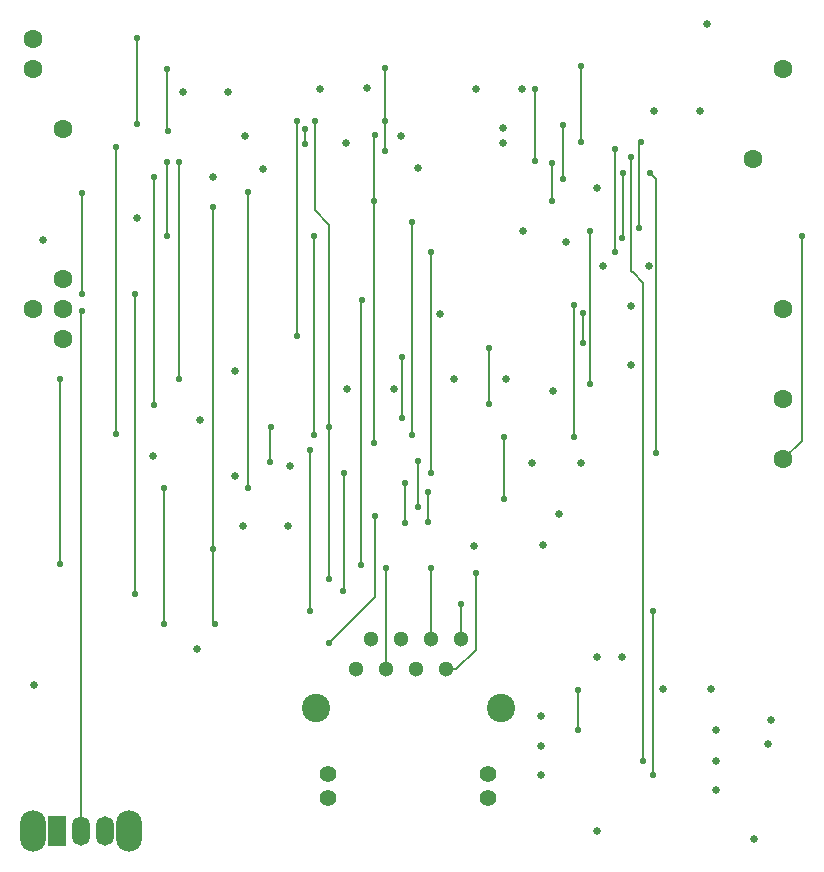
<source format=gbr>
%TF.GenerationSoftware,KiCad,Pcbnew,(6.0.9-0)*%
%TF.CreationDate,2022-11-17T19:03:49+01:00*%
%TF.ProjectId,shield,73686965-6c64-42e6-9b69-6361645f7063,1*%
%TF.SameCoordinates,PX3a2c940PY82a7440*%
%TF.FileFunction,Copper,L4,Bot*%
%TF.FilePolarity,Positive*%
%FSLAX46Y46*%
G04 Gerber Fmt 4.6, Leading zero omitted, Abs format (unit mm)*
G04 Created by KiCad (PCBNEW (6.0.9-0)) date 2022-11-17 19:03:49*
%MOMM*%
%LPD*%
G01*
G04 APERTURE LIST*
%TA.AperFunction,ComponentPad*%
%ADD10C,1.600000*%
%TD*%
%TA.AperFunction,ComponentPad*%
%ADD11O,1.500000X2.500000*%
%TD*%
%TA.AperFunction,ComponentPad*%
%ADD12R,1.500000X2.500000*%
%TD*%
%TA.AperFunction,ComponentPad*%
%ADD13O,2.200000X3.500000*%
%TD*%
%TA.AperFunction,ComponentPad*%
%ADD14C,2.400000*%
%TD*%
%TA.AperFunction,ComponentPad*%
%ADD15C,1.400000*%
%TD*%
%TA.AperFunction,ComponentPad*%
%ADD16C,1.300000*%
%TD*%
%TA.AperFunction,ViaPad*%
%ADD17C,0.640000*%
%TD*%
%TA.AperFunction,ViaPad*%
%ADD18C,0.550000*%
%TD*%
%TA.AperFunction,Conductor*%
%ADD19C,0.150000*%
%TD*%
G04 APERTURE END LIST*
D10*
%TO.P,J2,+5V,+5V*%
%TO.N,VCC*%
X5490000Y50370000D03*
%TO.P,J2,GND,GND*%
%TO.N,GND*%
X2950000Y47830000D03*
X63910000Y60530000D03*
X5490000Y47830000D03*
X66450000Y47830000D03*
X5490000Y63070000D03*
X5490000Y45290000D03*
%TO.P,J2,PB13,PB13*%
%TO.N,/sck_rx*%
X66450000Y35130000D03*
%TO.P,J2,PB15,PB15*%
%TO.N,/mosi_rx*%
X66450000Y40210000D03*
%TO.P,J2,PC6,PC6*%
%TO.N,/nss_rx*%
X66450000Y68150000D03*
%TO.P,J2,PC10,PC10*%
%TO.N,/sck_tx*%
X2950000Y70690000D03*
%TO.P,J2,PC12,PC12*%
%TO.N,/mosi_tx*%
X2950000Y68150000D03*
%TD*%
D11*
%TO.P,SW1,3,C*%
%TO.N,VCC*%
X9000000Y3702500D03*
%TO.P,SW1,2,B*%
%TO.N,Net-(SW1-Pad2)*%
X7000000Y3702500D03*
D12*
%TO.P,SW1,1,A*%
%TO.N,GND*%
X5000000Y3702500D03*
D13*
%TO.P,SW1,*%
%TO.N,*%
X11100000Y3702500D03*
X2900000Y3702500D03*
%TD*%
D14*
%TO.P,J1,SH*%
%TO.N,unconnected-(J1-PadSH)*%
X42550000Y14050000D03*
X26850000Y14050000D03*
D15*
%TO.P,J1,12*%
%TO.N,Net-(J1-Pad12)*%
X41485000Y8460000D03*
%TO.P,J1,11*%
%TO.N,GND*%
X41485000Y6430000D03*
%TO.P,J1,10*%
%TO.N,Net-(J1-Pad10)*%
X27915000Y8460000D03*
%TO.P,J1,9*%
%TO.N,GND*%
X27915000Y6430000D03*
D16*
%TO.P,J1,8*%
X30300000Y17350000D03*
%TO.P,J1,7*%
%TO.N,unconnected-(J1-Pad7)*%
X31570000Y19890000D03*
%TO.P,J1,6*%
%TO.N,Net-(C3-Pad1)*%
X32840000Y17350000D03*
%TO.P,J1,5*%
%TO.N,GND*%
X34110000Y19890000D03*
%TO.P,J1,4*%
%TO.N,unconnected-(J1-Pad4)*%
X35380000Y17350000D03*
%TO.P,J1,3*%
%TO.N,Net-(C2-Pad1)*%
X36650000Y19890000D03*
%TO.P,J1,2*%
%TO.N,Net-(J1-Pad2)*%
X37920000Y17350000D03*
%TO.P,J1,1*%
%TO.N,Net-(J1-Pad1)*%
X39190000Y19890000D03*
%TD*%
D17*
%TO.N,GND*%
X3000000Y16000000D03*
X64000000Y3000000D03*
X60000000Y72000000D03*
D18*
%TO.N,Net-(J1-Pad2)*%
X40400000Y25500000D03*
%TO.N,Net-(SW1-Pad2)*%
X7100000Y47700000D03*
%TO.N,Net-(U4-Pad12)*%
X52200000Y52700000D03*
X36600000Y34000000D03*
X29200000Y24000000D03*
X52200000Y61400000D03*
X29300000Y34000000D03*
X36600000Y52700000D03*
%TO.N,/edge_in*%
X54200000Y54700000D03*
X54400000Y62000000D03*
X50100000Y54500000D03*
X50100000Y41500000D03*
%TO.N,Net-(U1-Pad2)*%
X42800000Y31800000D03*
X42800000Y37000000D03*
X48700000Y48200000D03*
X48700000Y37000000D03*
%TO.N,/sck_rx*%
X52800000Y53900000D03*
X52900000Y59400000D03*
X68000000Y54000000D03*
%TO.N,Net-(U2-Pad8)*%
X55200000Y59400000D03*
X55700000Y35700000D03*
%TO.N,Net-(C10-Pad1)*%
X30800000Y48600000D03*
X30700000Y26200000D03*
%TO.N,Net-(C8-Pad2)*%
X34200000Y38600000D03*
X34200000Y43800000D03*
%TO.N,/bytesync*%
X53600000Y60700000D03*
X54600000Y9600000D03*
%TO.N,Net-(U4-Pad1)*%
X47800000Y63400000D03*
X47800000Y58900000D03*
%TO.N,/nss_rx*%
X45400000Y66500000D03*
X45400000Y60400000D03*
%TO.N,Net-(U4-Pad2)*%
X49300000Y62000000D03*
X32700000Y68300000D03*
X49300000Y68400000D03*
X32700000Y61200000D03*
X32700000Y63800000D03*
%TO.N,Net-(U6-Pad12)*%
X26000000Y61800000D03*
X26000000Y63100000D03*
%TO.N,/sck*%
X46900000Y60200000D03*
X46900000Y57000000D03*
X31800000Y57000000D03*
X31800000Y36500000D03*
X31900000Y62600000D03*
%TO.N,/line*%
X25300000Y63800000D03*
X25300000Y45600000D03*
%TO.N,/~{idle}*%
X26800000Y63800000D03*
X28000000Y37900000D03*
X28000000Y25000000D03*
D17*
%TO.N,VCC*%
X53600000Y48100000D03*
X53600000Y43100000D03*
D18*
%TO.N,/tx_ena*%
X26400000Y35900000D03*
X26400000Y22300000D03*
%TO.N,/driver_ena*%
X28000000Y19600000D03*
X31900000Y30300000D03*
D17*
%TO.N,VCC*%
X34100000Y62500000D03*
X45900000Y10900000D03*
X50700000Y18400000D03*
X42700000Y61900000D03*
X20900000Y62500000D03*
X51200000Y51500000D03*
X27200000Y66500000D03*
X48100000Y53500000D03*
X56300000Y15700000D03*
X42700000Y63200000D03*
X40400000Y66500000D03*
X17100000Y38500000D03*
X45200000Y34800000D03*
X29400000Y61900000D03*
X60800000Y9600000D03*
X60800000Y7100000D03*
X65200000Y11000000D03*
X18200000Y59000000D03*
X45900000Y8400000D03*
X55500000Y64600000D03*
X38600000Y41900000D03*
X29500000Y41100000D03*
X20700000Y29500000D03*
X15600000Y66200000D03*
%TO.N,GND*%
X49300000Y34800000D03*
X11700000Y55600000D03*
X47500000Y30500000D03*
X43000000Y41900000D03*
X16800000Y19100000D03*
X60800000Y12200000D03*
X37400000Y47400000D03*
X44400000Y54500000D03*
X24700000Y34600000D03*
X65400000Y13100000D03*
X19400000Y66200000D03*
X22400000Y59700000D03*
X44300000Y66500000D03*
X50700000Y3700000D03*
X3800000Y53700000D03*
X52800000Y18400000D03*
X50700000Y58100000D03*
X35500000Y59800000D03*
X20000000Y33700000D03*
X60300000Y15700000D03*
X55100000Y51500000D03*
X24500000Y29500000D03*
X20000000Y42600000D03*
X40300000Y27800000D03*
X33500000Y41100000D03*
X47000000Y40900000D03*
X59400000Y64600000D03*
X31200000Y66600000D03*
X13100000Y35400000D03*
X45900000Y13400000D03*
X46100000Y27900000D03*
D18*
%TO.N,Net-(C2-Pad1)*%
X36600000Y25900000D03*
%TO.N,Net-(C2-Pad2)*%
X36400000Y32400000D03*
X36400000Y29800000D03*
%TO.N,Net-(C3-Pad1)*%
X32800000Y25900000D03*
%TO.N,Net-(C3-Pad2)*%
X34400000Y33100000D03*
X34400000Y29700000D03*
%TO.N,Net-(C9-Pad2)*%
X35000000Y55200000D03*
X35000000Y37200000D03*
%TO.N,Net-(C15-Pad1)*%
X23050000Y37850000D03*
X23000000Y34900000D03*
%TO.N,Net-(C19-Pad2)*%
X49100000Y12200000D03*
X49100000Y15600000D03*
%TO.N,Net-(J1-Pad1)*%
X39200000Y22900000D03*
%TO.N,/sck_tx*%
X11700000Y70800000D03*
X11700000Y63500000D03*
%TO.N,/mosi_tx*%
X14300000Y68200000D03*
X14400000Y62900000D03*
%TO.N,/edge_in*%
X41500000Y44600000D03*
X41500000Y39800000D03*
%TO.N,Net-(Q3-Pad1)*%
X10000000Y37300000D03*
X10000000Y61600000D03*
%TO.N,/~{line}*%
X49500000Y47500000D03*
X49500000Y45000000D03*
%TO.N,Net-(R7-Pad2)*%
X13200000Y59000000D03*
X13200000Y39700000D03*
%TO.N,/~{nlp}*%
X11600000Y49100000D03*
X7100000Y57700000D03*
X7100000Y49100000D03*
X11600000Y23700000D03*
%TO.N,/driver_in*%
X35500000Y31100000D03*
X35500000Y35000000D03*
%TO.N,Net-(U2-Pad4)*%
X14300000Y60300000D03*
X14300000Y54000000D03*
X26700000Y54000000D03*
X26700000Y37200000D03*
%TO.N,/tx_ena*%
X55400000Y22300000D03*
X55400000Y8400000D03*
%TO.N,Net-(U5-Pad1)*%
X18300000Y21200000D03*
X18200000Y56500000D03*
X18200000Y27500000D03*
%TO.N,/xor_tx*%
X15300000Y60300000D03*
X5200000Y41900000D03*
X5200000Y26300000D03*
X15300000Y41900000D03*
%TO.N,Net-(U5-Pad6)*%
X14000000Y21200000D03*
X21100000Y57800000D03*
X14000000Y32700000D03*
X21100000Y32700000D03*
%TD*%
D19*
%TO.N,Net-(U2-Pad4)*%
X26700000Y54000000D02*
X26700000Y37200000D01*
%TO.N,/driver_ena*%
X28000000Y19600000D02*
X31900000Y23500000D01*
X31900000Y23500000D02*
X31900000Y30300000D01*
%TO.N,Net-(J1-Pad2)*%
X40400000Y25500000D02*
X40400000Y19000000D01*
X40400000Y19000000D02*
X38750000Y17350000D01*
X38750000Y17350000D02*
X37920000Y17350000D01*
%TO.N,Net-(SW1-Pad2)*%
X7000000Y3702500D02*
X7000000Y46700000D01*
X7000000Y46700000D02*
X7000000Y47600000D01*
X7000000Y47600000D02*
X7100000Y47700000D01*
%TO.N,Net-(U4-Pad12)*%
X52200000Y61400000D02*
X52200000Y52700000D01*
X36600000Y52700000D02*
X36600000Y34000000D01*
X29300000Y34000000D02*
X29300000Y24100000D01*
X29300000Y24100000D02*
X29200000Y24000000D01*
%TO.N,/edge_in*%
X50100000Y41500000D02*
X50100000Y54500000D01*
X54200000Y61800000D02*
X54400000Y62000000D01*
X54200000Y54700000D02*
X54200000Y61800000D01*
%TO.N,Net-(U1-Pad2)*%
X42800000Y31800000D02*
X42800000Y37000000D01*
X48700000Y37000000D02*
X48700000Y48200000D01*
%TO.N,/sck_rx*%
X52900000Y59400000D02*
X52900000Y54000000D01*
X68000000Y54000000D02*
X68000000Y36680000D01*
X52900000Y54000000D02*
X52800000Y53900000D01*
X68000000Y36680000D02*
X66450000Y35130000D01*
%TO.N,Net-(U2-Pad8)*%
X55700000Y35700000D02*
X55700000Y58900000D01*
X55700000Y58900000D02*
X55200000Y59400000D01*
%TO.N,Net-(C10-Pad1)*%
X30700000Y48500000D02*
X30800000Y48600000D01*
X30700000Y26200000D02*
X30700000Y48500000D01*
%TO.N,Net-(C8-Pad2)*%
X34200000Y38600000D02*
X34200000Y43800000D01*
%TO.N,/bytesync*%
X54600000Y9600000D02*
X54600000Y50100000D01*
X54600000Y50100000D02*
X53800000Y50900000D01*
X53800000Y50900000D02*
X53600000Y51100000D01*
X53600000Y51100000D02*
X53600000Y60700000D01*
%TO.N,Net-(U4-Pad1)*%
X47800000Y58900000D02*
X47800000Y63400000D01*
%TO.N,/nss_rx*%
X45400000Y60400000D02*
X45400000Y66500000D01*
%TO.N,Net-(U4-Pad2)*%
X49300000Y62000000D02*
X49300000Y68400000D01*
X32700000Y68300000D02*
X32700000Y63800000D01*
X32700000Y61200000D02*
X32700000Y63800000D01*
%TO.N,Net-(U6-Pad12)*%
X26000000Y61800000D02*
X26000000Y63100000D01*
%TO.N,/sck*%
X46900000Y60200000D02*
X46900000Y57000000D01*
X31800000Y36500000D02*
X31800000Y57000000D01*
X31800000Y57000000D02*
X31800000Y62500000D01*
X31800000Y62500000D02*
X31900000Y62600000D01*
%TO.N,/line*%
X25300000Y45600000D02*
X25300000Y63800000D01*
%TO.N,/~{idle}*%
X28000000Y37900000D02*
X28000000Y55000000D01*
X28000000Y55000000D02*
X26800000Y56200000D01*
X26800000Y56200000D02*
X26800000Y63800000D01*
X28000000Y25000000D02*
X28000000Y37900000D01*
%TO.N,/tx_ena*%
X26400000Y35900000D02*
X26400000Y22300000D01*
%TO.N,Net-(C2-Pad1)*%
X36650000Y19890000D02*
X36650000Y25850000D01*
X36650000Y25850000D02*
X36600000Y25900000D01*
%TO.N,Net-(C2-Pad2)*%
X36400000Y29800000D02*
X36400000Y32400000D01*
%TO.N,Net-(C3-Pad1)*%
X32840000Y25860000D02*
X32800000Y25900000D01*
X32840000Y17350000D02*
X32840000Y25860000D01*
%TO.N,Net-(C3-Pad2)*%
X34400000Y29700000D02*
X34400000Y33100000D01*
%TO.N,Net-(C9-Pad2)*%
X35000000Y37200000D02*
X35000000Y55200000D01*
%TO.N,Net-(C15-Pad1)*%
X23000000Y37800000D02*
X23050000Y37850000D01*
X23000000Y34900000D02*
X23000000Y37800000D01*
%TO.N,Net-(C19-Pad2)*%
X49100000Y12200000D02*
X49100000Y15600000D01*
%TO.N,Net-(J1-Pad1)*%
X39190000Y22890000D02*
X39200000Y22900000D01*
X39190000Y19890000D02*
X39190000Y22890000D01*
%TO.N,/sck_tx*%
X11700000Y70800000D02*
X11700000Y63500000D01*
%TO.N,/mosi_tx*%
X14300000Y63000000D02*
X14400000Y62900000D01*
X14300000Y68200000D02*
X14300000Y63000000D01*
%TO.N,/edge_in*%
X41500000Y39800000D02*
X41500000Y44600000D01*
%TO.N,Net-(Q3-Pad1)*%
X10000000Y61600000D02*
X10000000Y37300000D01*
%TO.N,/~{line}*%
X49500000Y47500000D02*
X49500000Y45000000D01*
%TO.N,Net-(R7-Pad2)*%
X13200000Y59000000D02*
X13200000Y39700000D01*
%TO.N,/~{nlp}*%
X7100000Y57700000D02*
X7100000Y49100000D01*
X11600000Y49100000D02*
X11600000Y23700000D01*
%TO.N,/driver_in*%
X35500000Y31100000D02*
X35500000Y35000000D01*
%TO.N,Net-(U2-Pad4)*%
X14300000Y60300000D02*
X14300000Y54000000D01*
%TO.N,/tx_ena*%
X55400000Y8400000D02*
X55400000Y22300000D01*
%TO.N,Net-(U5-Pad1)*%
X18200000Y27500000D02*
X18200000Y21300000D01*
X18200000Y21300000D02*
X18300000Y21200000D01*
X18200000Y56500000D02*
X18200000Y27500000D01*
%TO.N,/xor_tx*%
X15300000Y41900000D02*
X15300000Y60300000D01*
X5200000Y26300000D02*
X5200000Y41900000D01*
%TO.N,Net-(U5-Pad6)*%
X14000000Y21200000D02*
X14000000Y32700000D01*
X21100000Y32700000D02*
X21100000Y57800000D01*
%TD*%
M02*

</source>
